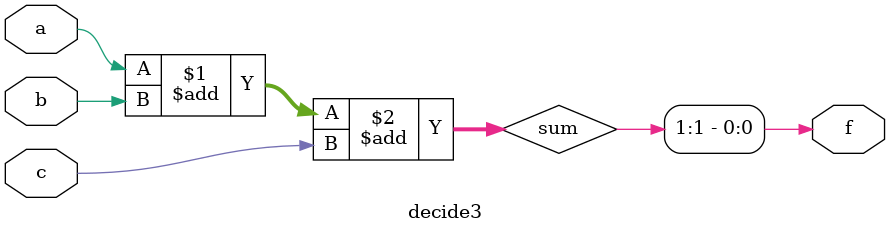
<source format=v>
module decide3( a, b, c, f );
input a, b, c;
output f;
wire [1:0] sum;

assign sum = a + b + c;
assign f = sum[1];

endmodule

</source>
